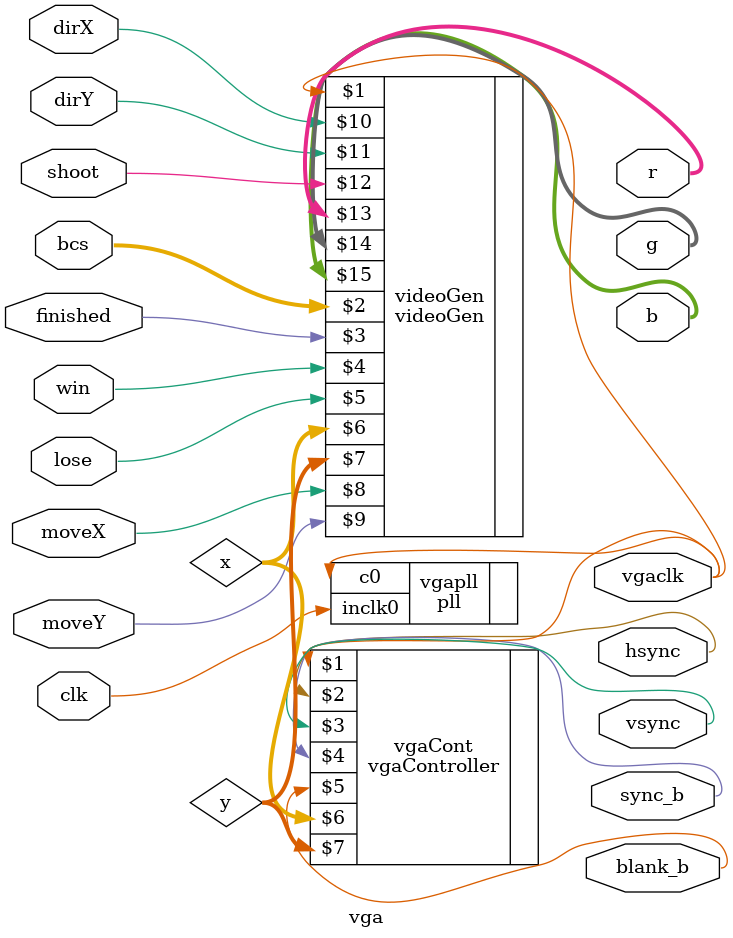
<source format=sv>
module vga(input logic clk, moveX, moveY, dirX, dirY, shoot, win, lose, finished,
			  input logic [2:0] bcs,
			  output logic vgaclk, // 25.175 MHz VGA clock
			  output logic hsync, vsync,
			  output logic sync_b, blank_b, // To monitor 
			  output logic [7:0] r, g, b);
			  
	logic [9:0] x, y;
	
	// Modulo para obtener 25MHz
	pll vgapll(.inclk0(clk), .c0(vgaclk));

	// Generador de señales para el monitor
	vgaController vgaCont(vgaclk, hsync, vsync, sync_b, blank_b, x, y);
	
	// Modulo para pintar la pantalla
	videoGen videoGen(vgaclk, bcs, finished, win, lose, x, y, moveX, moveY, dirX, dirY, shoot, r, g, b);
endmodule
</source>
